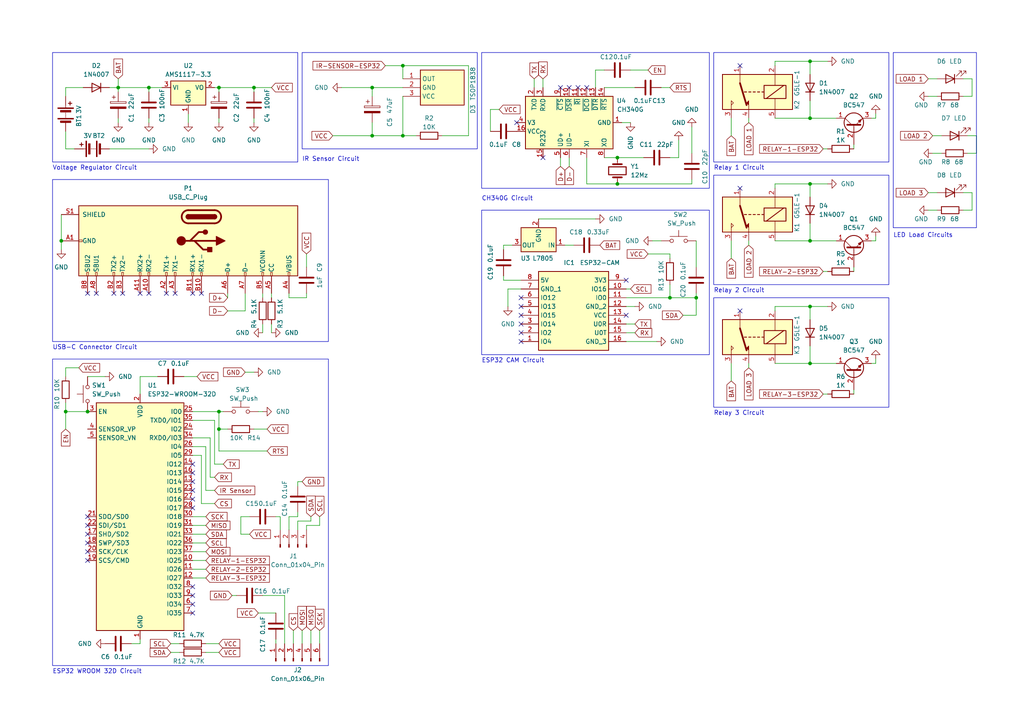
<source format=kicad_sch>
(kicad_sch (version 20230121) (generator eeschema)
  (paper "A4")
  (title_block (title "FM01 - Smart Power Management Using Microcontroller"))
  (junction (at 234.95 53.34))
  (junction (at 63.5 119.38))
  (junction (at 234.95 34.29))
  (junction (at 107.95 39.37))
  (junction (at 116.84 39.37))
  (junction (at 201.93 86.36))
  (junction (at 234.95 105.41))
  (junction (at 107.95 25.4))
  (junction (at 179.07 45.72))
  (junction (at 63.5 25.4))
  (junction (at 234.95 17.78))
  (junction (at 19.05 119.38))
  (junction (at 234.95 88.9))
  (junction (at 179.07 53.34))
  (junction (at 116.84 19.05))
  (junction (at 194.31 86.36))
  (junction (at 73.66 25.4))
  (junction (at 34.29 25.4))
  (junction (at 25.4 119.38))
  (junction (at 63.5 124.46))
  (junction (at 234.95 69.85))
  (junction (at 17.78 69.85))
  (junction (at 43.18 25.4))
  (no_connect (at 25.4 160.02))
  (no_connect (at 55.88 147.32))
  (no_connect (at 25.4 152.4))
  (no_connect (at 151.13 96.52))
  (no_connect (at 181.61 91.44))
  (no_connect (at 55.88 172.72))
  (no_connect (at 181.61 81.28))
  (no_connect (at 55.88 175.26))
  (no_connect (at 55.88 170.18))
  (no_connect (at 50.8 85.09))
  (no_connect (at 25.4 85.09))
  (no_connect (at 40.64 85.09))
  (no_connect (at 55.88 139.7))
  (no_connect (at 58.42 85.09))
  (no_connect (at 214.63 90.17))
  (no_connect (at 25.4 157.48))
  (no_connect (at 214.63 54.61))
  (no_connect (at 55.88 85.09))
  (no_connect (at 151.13 86.36))
  (no_connect (at 149.86 35.56))
  (no_connect (at 33.02 85.09))
  (no_connect (at 167.64 25.4))
  (no_connect (at 151.13 88.9))
  (no_connect (at 165.1 25.4))
  (no_connect (at 170.18 25.4))
  (no_connect (at 55.88 134.62))
  (no_connect (at 55.88 144.78))
  (no_connect (at 25.4 162.56))
  (no_connect (at 162.56 25.4))
  (no_connect (at 151.13 99.06))
  (no_connect (at 43.18 85.09))
  (no_connect (at 214.63 19.05))
  (no_connect (at 151.13 93.98))
  (no_connect (at 48.26 85.09))
  (no_connect (at 55.88 177.8))
  (no_connect (at 25.4 149.86))
  (no_connect (at 27.94 85.09))
  (no_connect (at 55.88 137.16))
  (no_connect (at 157.48 45.72))
  (no_connect (at 151.13 91.44))
  (no_connect (at 25.4 154.94))
  (no_connect (at 35.56 85.09))
  (no_connect (at 55.88 142.24))
  (wire (pts (xy 270.51 39.37) (xy 273.05 39.37)))
  (wire (pts (xy 181.61 93.98) (xy 184.15 93.98)))
  (wire (pts (xy 212.09 34.29) (xy 212.09 39.37)))
  (wire (pts (xy 224.79 69.85) (xy 234.95 69.85)))
  (wire (pts (xy 234.95 53.34) (xy 224.79 53.34)))
  (wire (pts (xy 181.61 88.9) (xy 184.15 88.9)))
  (wire (pts (xy 63.5 130.81) (xy 77.47 130.81)))
  (wire (pts (xy 58.42 132.08) (xy 55.88 132.08)))
  (wire (pts (xy 55.88 152.4) (xy 59.69 152.4)))
  (wire (pts (xy 147.32 83.82) (xy 151.13 83.82)))
  (wire (pts (xy 69.85 149.86) (xy 72.39 149.86)))
  (wire (pts (xy 49.53 189.23) (xy 52.07 189.23)))
  (wire (pts (xy 200.66 52.07) (xy 200.66 53.34)))
  (wire (pts (xy 62.23 121.92) (xy 55.88 121.92)))
  (wire (pts (xy 17.78 62.23) (xy 17.78 69.85)))
  (wire (pts (xy 86.36 139.7) (xy 86.36 140.97)))
  (wire (pts (xy 83.82 86.36) (xy 88.9 86.36)))
  (wire (pts (xy 217.17 105.41) (xy 217.17 106.68)))
  (wire (pts (xy 212.09 69.85) (xy 212.09 74.93)))
  (wire (pts (xy 71.12 90.17) (xy 71.12 85.09)))
  (wire (pts (xy 170.18 53.34) (xy 179.07 53.34)))
  (wire (pts (xy 201.93 91.44) (xy 198.12 91.44)))
  (wire (pts (xy 92.71 149.86) (xy 92.71 152.4)))
  (wire (pts (xy 240.03 17.78) (xy 234.95 17.78)))
  (wire (pts (xy 88.9 73.66) (xy 88.9 77.47)))
  (wire (pts (xy 19.05 43.18) (xy 21.59 43.18)))
  (wire (pts (xy 234.95 88.9) (xy 224.79 88.9)))
  (wire (pts (xy 73.66 34.29) (xy 73.66 35.56)))
  (wire (pts (xy 179.07 45.72) (xy 186.69 45.72)))
  (wire (pts (xy 19.05 119.38) (xy 25.4 119.38)))
  (wire (pts (xy 252.73 34.29) (xy 254 34.29)))
  (wire (pts (xy 80.01 149.86) (xy 81.28 149.86)))
  (wire (pts (xy 59.69 142.24) (xy 62.23 142.24)))
  (wire (pts (xy 279.4 60.96) (xy 281.94 60.96)))
  (wire (pts (xy 269.24 27.94) (xy 271.78 27.94)))
  (wire (pts (xy 200.66 44.45) (xy 200.66 36.83)))
  (wire (pts (xy 63.5 25.4) (xy 63.5 26.67)))
  (wire (pts (xy 40.64 109.22) (xy 40.64 114.3)))
  (wire (pts (xy 234.95 29.21) (xy 234.95 34.29)))
  (wire (pts (xy 96.52 39.37) (xy 107.95 39.37)))
  (wire (pts (xy 224.79 34.29) (xy 234.95 34.29)))
  (wire (pts (xy 53.34 109.22) (xy 57.15 109.22)))
  (wire (pts (xy 201.93 85.09) (xy 201.93 86.36)))
  (wire (pts (xy 107.95 25.4) (xy 107.95 27.94)))
  (wire (pts (xy 240.03 53.34) (xy 234.95 53.34)))
  (wire (pts (xy 40.64 109.22) (xy 45.72 109.22)))
  (wire (pts (xy 73.66 25.4) (xy 73.66 26.67)))
  (wire (pts (xy 60.96 127) (xy 55.88 127)))
  (wire (pts (xy 17.78 72.39) (xy 17.78 69.85)))
  (wire (pts (xy 254 105.41) (xy 254 104.14)))
  (wire (pts (xy 234.95 17.78) (xy 234.95 21.59)))
  (wire (pts (xy 172.72 20.32) (xy 172.72 25.4)))
  (wire (pts (xy 254 69.85) (xy 254 68.58)))
  (wire (pts (xy 234.95 105.41) (xy 242.57 105.41)))
  (wire (pts (xy 247.65 41.91) (xy 247.65 43.18)))
  (wire (pts (xy 74.93 177.8) (xy 80.01 177.8)))
  (wire (pts (xy 234.95 64.77) (xy 234.95 69.85)))
  (wire (pts (xy 19.05 124.46) (xy 19.05 119.38)))
  (wire (pts (xy 234.95 100.33) (xy 234.95 105.41)))
  (wire (pts (xy 234.95 17.78) (xy 224.79 17.78)))
  (wire (pts (xy 240.03 78.74) (xy 238.76 78.74)))
  (wire (pts (xy 146.05 81.28) (xy 151.13 81.28)))
  (wire (pts (xy 55.88 154.94) (xy 59.69 154.94)))
  (wire (pts (xy 62.23 134.62) (xy 64.77 134.62)))
  (wire (pts (xy 86.36 151.13) (xy 86.36 153.67)))
  (wire (pts (xy 55.88 157.48) (xy 59.69 157.48)))
  (wire (pts (xy 81.28 149.86) (xy 81.28 153.67)))
  (wire (pts (xy 252.73 105.41) (xy 254 105.41)))
  (wire (pts (xy 142.24 31.75) (xy 142.24 38.1)))
  (wire (pts (xy 19.05 106.68) (xy 22.86 106.68)))
  (wire (pts (xy 224.79 17.78) (xy 224.79 19.05)))
  (wire (pts (xy 234.95 88.9) (xy 234.95 92.71)))
  (wire (pts (xy 34.29 25.4) (xy 43.18 25.4)))
  (wire (pts (xy 19.05 25.4) (xy 19.05 27.94)))
  (wire (pts (xy 181.61 86.36) (xy 194.31 86.36)))
  (wire (pts (xy 196.85 45.72) (xy 194.31 45.72)))
  (wire (pts (xy 111.76 19.05) (xy 116.84 19.05)))
  (wire (pts (xy 234.95 34.29) (xy 242.57 34.29)))
  (wire (pts (xy 38.1 186.69) (xy 40.64 186.69)))
  (wire (pts (xy 63.5 119.38) (xy 63.5 124.46)))
  (wire (pts (xy 55.88 160.02) (xy 59.69 160.02)))
  (wire (pts (xy 254 34.29) (xy 254 33.02)))
  (wire (pts (xy 281.94 55.88) (xy 281.94 60.96)))
  (wire (pts (xy 73.66 25.4) (xy 78.74 25.4)))
  (wire (pts (xy 181.61 83.82) (xy 182.88 83.82)))
  (wire (pts (xy 217.17 69.85) (xy 217.17 71.12)))
  (wire (pts (xy 63.5 35.56) (xy 63.5 34.29)))
  (wire (pts (xy 31.75 25.4) (xy 34.29 25.4)))
  (wire (pts (xy 73.66 124.46) (xy 77.47 124.46)))
  (wire (pts (xy 146.05 80.01) (xy 146.05 81.28)))
  (wire (pts (xy 66.04 90.17) (xy 71.12 90.17)))
  (wire (pts (xy 43.18 34.29) (xy 43.18 35.56)))
  (wire (pts (xy 69.85 154.94) (xy 69.85 149.86)))
  (wire (pts (xy 78.74 93.98) (xy 78.74 96.52)))
  (wire (pts (xy 19.05 106.68) (xy 19.05 109.22)))
  (wire (pts (xy 194.31 82.55) (xy 194.31 86.36)))
  (wire (pts (xy 194.31 86.36) (xy 201.93 86.36)))
  (wire (pts (xy 147.32 88.9) (xy 147.32 83.82)))
  (wire (pts (xy 58.42 146.05) (xy 58.42 132.08)))
  (wire (pts (xy 90.17 151.13) (xy 86.36 151.13)))
  (wire (pts (xy 142.24 31.75) (xy 144.78 31.75)))
  (wire (pts (xy 87.63 139.7) (xy 86.36 139.7)))
  (wire (pts (xy 88.9 152.4) (xy 88.9 153.67)))
  (wire (pts (xy 31.75 43.18) (xy 43.18 43.18)))
  (wire (pts (xy 201.93 69.85) (xy 201.93 77.47)))
  (wire (pts (xy 224.79 105.41) (xy 234.95 105.41)))
  (wire (pts (xy 201.93 91.44) (xy 201.93 86.36)))
  (wire (pts (xy 269.24 55.88) (xy 271.78 55.88)))
  (wire (pts (xy 69.85 154.94) (xy 72.39 154.94)))
  (wire (pts (xy 240.03 88.9) (xy 234.95 88.9)))
  (wire (pts (xy 166.37 71.12) (xy 163.83 71.12)))
  (wire (pts (xy 107.95 25.4) (xy 116.84 25.4)))
  (wire (pts (xy 55.88 149.86) (xy 59.69 149.86)))
  (wire (pts (xy 191.77 25.4) (xy 194.31 25.4)))
  (wire (pts (xy 189.23 69.85) (xy 191.77 69.85)))
  (wire (pts (xy 146.05 72.39) (xy 146.05 71.12)))
  (wire (pts (xy 85.09 182.88) (xy 85.09 186.69)))
  (wire (pts (xy 59.69 186.69) (xy 63.5 186.69)))
  (wire (pts (xy 59.69 189.23) (xy 63.5 189.23)))
  (wire (pts (xy 280.67 44.45) (xy 283.21 44.45)))
  (wire (pts (xy 279.4 22.86) (xy 281.94 22.86)))
  (wire (pts (xy 40.64 186.69) (xy 40.64 185.42)))
  (wire (pts (xy 43.18 25.4) (xy 46.99 25.4)))
  (wire (pts (xy 116.84 19.05) (xy 135.89 19.05)))
  (wire (pts (xy 270.51 44.45) (xy 273.05 44.45)))
  (wire (pts (xy 90.17 182.88) (xy 90.17 186.69)))
  (wire (pts (xy 170.18 45.72) (xy 170.18 53.34)))
  (wire (pts (xy 281.94 22.86) (xy 281.94 27.94)))
  (wire (pts (xy 19.05 116.84) (xy 19.05 119.38)))
  (wire (pts (xy 63.5 119.38) (xy 55.88 119.38)))
  (wire (pts (xy 179.07 53.34) (xy 200.66 53.34)))
  (wire (pts (xy 187.96 73.66) (xy 194.31 73.66)))
  (wire (pts (xy 86.36 148.59) (xy 86.36 149.86)))
  (wire (pts (xy 58.42 146.05) (xy 62.23 146.05)))
  (wire (pts (xy 92.71 182.88) (xy 92.71 186.69)))
  (wire (pts (xy 240.03 114.3) (xy 238.76 114.3)))
  (wire (pts (xy 43.18 25.4) (xy 43.18 26.67)))
  (wire (pts (xy 54.61 33.02) (xy 54.61 35.56)))
  (wire (pts (xy 279.4 27.94) (xy 281.94 27.94)))
  (wire (pts (xy 212.09 105.41) (xy 212.09 110.49)))
  (wire (pts (xy 116.84 19.05) (xy 116.84 22.86)))
  (wire (pts (xy 280.67 39.37) (xy 283.21 39.37)))
  (wire (pts (xy 83.82 149.86) (xy 83.82 153.67)))
  (wire (pts (xy 107.95 39.37) (xy 116.84 39.37)))
  (wire (pts (xy 78.74 85.09) (xy 78.74 86.36)))
  (wire (pts (xy 34.29 25.4) (xy 34.29 26.67)))
  (wire (pts (xy 234.95 69.85) (xy 242.57 69.85)))
  (wire (pts (xy 90.17 149.86) (xy 90.17 151.13)))
  (wire (pts (xy 234.95 53.34) (xy 234.95 57.15)))
  (wire (pts (xy 252.73 69.85) (xy 254 69.85)))
  (wire (pts (xy 59.69 129.54) (xy 55.88 129.54)))
  (wire (pts (xy 87.63 182.88) (xy 87.63 186.69)))
  (wire (pts (xy 52.07 186.69) (xy 49.53 186.69)))
  (wire (pts (xy 156.21 63.5) (xy 172.72 63.5)))
  (wire (pts (xy 86.36 149.86) (xy 83.82 149.86)))
  (wire (pts (xy 83.82 85.09) (xy 83.82 86.36)))
  (wire (pts (xy 175.26 25.4) (xy 184.15 25.4)))
  (wire (pts (xy 76.2 172.72) (xy 82.55 172.72)))
  (wire (pts (xy 175.26 45.72) (xy 179.07 45.72)))
  (wire (pts (xy 247.65 77.47) (xy 247.65 78.74)))
  (wire (pts (xy 182.88 20.32) (xy 187.96 20.32)))
  (wire (pts (xy 172.72 20.32) (xy 175.26 20.32)))
  (wire (pts (xy 74.93 119.38) (xy 76.2 119.38)))
  (wire (pts (xy 62.23 134.62) (xy 62.23 121.92)))
  (wire (pts (xy 62.23 25.4) (xy 63.5 25.4)))
  (wire (pts (xy 196.85 45.72) (xy 196.85 40.64)))
  (wire (pts (xy 82.55 172.72) (xy 82.55 186.69)))
  (wire (pts (xy 240.03 43.18) (xy 238.76 43.18)))
  (wire (pts (xy 60.96 138.43) (xy 62.23 138.43)))
  (wire (pts (xy 180.34 35.56) (xy 182.88 35.56)))
  (wire (pts (xy 135.89 19.05) (xy 135.89 39.37)))
  (wire (pts (xy 63.5 124.46) (xy 66.04 124.46)))
  (wire (pts (xy 279.4 55.88) (xy 281.94 55.88)))
  (wire (pts (xy 247.65 113.03) (xy 247.65 114.3)))
  (wire (pts (xy 64.77 119.38) (xy 63.5 119.38)))
  (wire (pts (xy 25.4 109.22) (xy 30.48 109.22)))
  (wire (pts (xy 269.24 22.86) (xy 271.78 22.86)))
  (wire (pts (xy 224.79 88.9) (xy 224.79 90.17)))
  (wire (pts (xy 107.95 35.56) (xy 107.95 39.37)))
  (wire (pts (xy 55.88 162.56) (xy 59.69 162.56)))
  (wire (pts (xy 181.61 99.06) (xy 190.5 99.06)))
  (wire (pts (xy 19.05 25.4) (xy 24.13 25.4)))
  (wire (pts (xy 60.96 138.43) (xy 60.96 127)))
  (wire (pts (xy 116.84 27.94) (xy 116.84 39.37)))
  (wire (pts (xy 194.31 73.66) (xy 194.31 74.93)))
  (wire (pts (xy 181.61 96.52) (xy 184.15 96.52)))
  (wire (pts (xy 128.27 39.37) (xy 135.89 39.37)))
  (wire (pts (xy 76.2 85.09) (xy 76.2 86.36)))
  (wire (pts (xy 76.2 93.98) (xy 76.2 96.52)))
  (wire (pts (xy 71.12 107.95) (xy 73.66 107.95)))
  (wire (pts (xy 68.58 172.72) (xy 67.31 172.72)))
  (wire (pts (xy 63.5 25.4) (xy 73.66 25.4)))
  (wire (pts (xy 217.17 34.29) (xy 217.17 35.56)))
  (wire (pts (xy 162.56 45.72) (xy 162.56 48.26)))
  (wire (pts (xy 92.71 152.4) (xy 88.9 152.4)))
  (wire (pts (xy 224.79 53.34) (xy 224.79 54.61)))
  (wire (pts (xy 116.84 39.37) (xy 120.65 39.37)))
  (wire (pts (xy 283.21 39.37) (xy 283.21 44.45)))
  (wire (pts (xy 80.01 185.42) (xy 80.01 186.69)))
  (wire (pts (xy 19.05 38.1) (xy 19.05 43.18)))
  (wire (pts (xy 59.69 142.24) (xy 59.69 129.54)))
  (wire (pts (xy 55.88 167.64) (xy 59.69 167.64)))
  (wire (pts (xy 146.05 71.12) (xy 148.59 71.12)))
  (wire (pts (xy 63.5 124.46) (xy 63.5 130.81)))
  (wire (pts (xy 165.1 45.72) (xy 165.1 48.26)))
  (wire (pts (xy 34.29 22.86) (xy 34.29 25.4)))
  (wire (pts (xy 157.48 25.4) (xy 157.48 22.86)))
  (wire (pts (xy 99.06 25.4) (xy 107.95 25.4)))
  (wire (pts (xy 66.04 85.09) (xy 66.04 86.36)))
  (wire (pts (xy 34.29 35.56) (xy 34.29 34.29)))
  (wire (pts (xy 154.94 25.4) (xy 154.94 22.86)))
  (wire (pts (xy 269.24 60.96) (xy 271.78 60.96)))
  (wire (pts (xy 88.9 85.09) (xy 88.9 86.36)))
  (wire (pts (xy 55.88 165.1) (xy 59.69 165.1)))
  (rectangle (start 15.24 52.07) (end 95.25 99.06))
  (rectangle (start 139.7 15.24) (end 205.74 54.61))
  (rectangle (start 207.01 50.8) (end 257.81 82.55))
  (rectangle (start 207.01 86.36) (end 257.81 118.11))
  (rectangle (start 15.24 104.14) (end 95.25 193.04))
  (rectangle (start 15.24 15.24) (end 86.36 46.99))
  (rectangle (start 207.01 15.24) (end 257.81 46.99))
  (rectangle (start 139.7 60.96) (end 205.74 102.87))
  (rectangle (start 259.08 15.24) (end 283.21 66.04))
  (rectangle (start 87.63 15.24) (end 138.43 43.18))
  (text "LED Load Circuits\n\n" (at 259.08 71.12 0) (effects (font (size 1.27 1.27)) (justify left bottom)))
  (text "Relay 2 Circuit\n" (at 207.01 85.09 0) (effects (font (size 1.27 1.27)) (justify left bottom)))
  (text "Relay 1 Circuit\n" (at 207.01 49.53 0) (effects (font (size 1.27 1.27)) (justify left bottom)))
  (text "Relay 3 Circuit\n" (at 207.01 120.65 0) (effects (font (size 1.27 1.27)) (justify left bottom)))
  (text "IR Sensor Circuit\n" (at 87.63 46.99 0) (effects (font (size 1.27 1.27)) (justify left bottom)))
  (text "ESP32 WROOM 32D Circuit\n" (at 15.24 195.58 0) (effects (font (size 1.27 1.27)) (justify left bottom)))
  (text "USB-C Connector Circuit\n" (at 15.24 101.6 0) (effects (font (size 1.27 1.27)) (justify left bottom)))
  (text "Voltage Regulator Circuit\n" (at 15.24 49.53 0) (effects (font (size 1.27 1.27)) (justify left bottom)))
  (text "ESP32 CAM Circuit\n" (at 139.7 105.41 0) (effects (font (size 1.27 1.27)) (justify left bottom)))
  (text "CH340G Circuit\n" (at 139.7 58.42 0) (effects (font (size 1.27 1.27)) (justify left bottom)))
  (global_label "MOSI" (shape input) (at 59.69 160.02 0) (property "Intersheetrefs" "${INTERSHEET_REFS}" (effects hide)))
  (global_label "EN" (shape input) (at 187.96 20.32 0) (property "Intersheetrefs" "${INTERSHEET_REFS}" (effects hide)))
  (global_label "RELAY-1-ESP32" (shape input) (at 238.76 43.18 180) (property "Intersheetrefs" "${INTERSHEET_REFS}" (effects hide)))
  (global_label "SDA" (shape input) (at 49.53 189.23 180) (property "Intersheetrefs" "${INTERSHEET_REFS}" (effects hide)))
  (global_label "EN" (shape input) (at 19.05 124.46 270) (property "Intersheetrefs" "${INTERSHEET_REFS}" (effects hide)))
  (global_label "TX" (shape input) (at 154.94 22.86 90) (property "Intersheetrefs" "${INTERSHEET_REFS}" (effects hide)))
  (global_label "VCC" (shape input) (at 57.15 109.22 0) (property "Intersheetrefs" "${INTERSHEET_REFS}" (effects hide)))
  (global_label "SCK" (shape input) (at 59.69 149.86 0) (property "Intersheetrefs" "${INTERSHEET_REFS}" (effects hide)))
  (global_label "VCC" (shape input) (at 187.96 73.66 180) (property "Intersheetrefs" "${INTERSHEET_REFS}" (effects hide)))
  (global_label "MOSI" (shape input) (at 87.63 182.88 90) (property "Intersheetrefs" "${INTERSHEET_REFS}" (effects hide)))
  (global_label "SDA" (shape input) (at 59.69 154.94 0) (property "Intersheetrefs" "${INTERSHEET_REFS}" (effects hide)))
  (global_label "LOAD 2" (shape input) (at 217.17 71.12 270) (property "Intersheetrefs" "${INTERSHEET_REFS}" (effects hide)))
  (global_label "D-" (shape input) (at 66.04 90.17 180) (property "Intersheetrefs" "${INTERSHEET_REFS}" (effects hide)))
  (global_label "BAT" (shape input) (at 212.09 110.49 270) (property "Intersheetrefs" "${INTERSHEET_REFS}" (effects hide)))
  (global_label "IR Sensor" (shape input) (at 62.23 142.24 0) (property "Intersheetrefs" "${INTERSHEET_REFS}" (effects hide)))
  (global_label "GND" (shape input) (at 71.12 107.95 180) (property "Intersheetrefs" "${INTERSHEET_REFS}" (effects hide)))
  (global_label "VCC" (shape input) (at 77.47 124.46 0) (property "Intersheetrefs" "${INTERSHEET_REFS}" (effects hide)))
  (global_label "VCC" (shape input) (at 22.86 106.68 0) (property "Intersheetrefs" "${INTERSHEET_REFS}" (effects hide)))
  (global_label "VCC" (shape input) (at 63.5 189.23 0) (property "Intersheetrefs" "${INTERSHEET_REFS}" (effects hide)))
  (global_label "CS" (shape input) (at 85.09 182.88 90) (property "Intersheetrefs" "${INTERSHEET_REFS}" (effects hide)))
  (global_label "VCC" (shape input) (at 63.5 186.69 0) (property "Intersheetrefs" "${INTERSHEET_REFS}" (effects hide)))
  (global_label "RELAY-3-ESP32" (shape input) (at 59.69 167.64 0) (property "Intersheetrefs" "${INTERSHEET_REFS}" (effects hide)))
  (global_label "RTS" (shape input) (at 194.31 25.4 0) (property "Intersheetrefs" "${INTERSHEET_REFS}" (effects hide)))
  (global_label "D+" (shape input) (at 66.04 86.36 180) (property "Intersheetrefs" "${INTERSHEET_REFS}" (effects hide)))
  (global_label "RELAY-3-ESP32" (shape input) (at 238.76 114.3 180) (property "Intersheetrefs" "${INTERSHEET_REFS}" (effects hide)))
  (global_label "GND" (shape input) (at 67.31 172.72 180) (property "Intersheetrefs" "${INTERSHEET_REFS}" (effects hide)))
  (global_label "LOAD 3" (shape input) (at 217.17 106.68 270) (property "Intersheetrefs" "${INTERSHEET_REFS}" (effects hide)))
  (global_label "RELAY-2-ESP32" (shape input) (at 59.69 165.1 0) (property "Intersheetrefs" "${INTERSHEET_REFS}" (effects hide)))
  (global_label "BAT" (shape input) (at 173.99 71.12 0) (property "Intersheetrefs" "${INTERSHEET_REFS}" (effects hide)))
  (global_label "LOAD 2" (shape input) (at 270.51 39.37 180) (property "Intersheetrefs" "${INTERSHEET_REFS}" (effects hide)))
  (global_label "RX" (shape input) (at 184.15 96.52 0) (property "Intersheetrefs" "${INTERSHEET_REFS}" (effects hide)))
  (global_label "SCL" (shape input) (at 182.88 83.82 0) (property "Intersheetrefs" "${INTERSHEET_REFS}" (effects hide)))
  (global_label "SCK" (shape input) (at 92.71 182.88 90) (property "Intersheetrefs" "${INTERSHEET_REFS}" (effects hide)))
  (global_label "IR-SENSOR-ESP32" (shape input) (at 111.76 19.05 180) (property "Intersheetrefs" "${INTERSHEET_REFS}" (effects hide)))
  (global_label "TX" (shape input) (at 64.77 134.62 0) (property "Intersheetrefs" "${INTERSHEET_REFS}" (effects hide)))
  (global_label "BAT" (shape input) (at 34.29 22.86 90) (property "Intersheetrefs" "${INTERSHEET_REFS}" (effects hide)))
  (global_label "LOAD 1" (shape input) (at 269.24 22.86 180) (property "Intersheetrefs" "${INTERSHEET_REFS}" (effects hide)))
  (global_label "SCL" (shape input) (at 49.53 186.69 180) (property "Intersheetrefs" "${INTERSHEET_REFS}" (effects hide)))
  (global_label "RX" (shape input) (at 62.23 138.43 0) (property "Intersheetrefs" "${INTERSHEET_REFS}" (effects hide)))
  (global_label "VCC" (shape input) (at 74.93 177.8 180) (property "Intersheetrefs" "${INTERSHEET_REFS}" (effects hide)))
  (global_label "RELAY-2-ESP32" (shape input) (at 238.76 78.74 180) (property "Intersheetrefs" "${INTERSHEET_REFS}" (effects hide)))
  (global_label "VCC" (shape input) (at 96.52 39.37 180) (property "Intersheetrefs" "${INTERSHEET_REFS}" (effects hide)))
  (global_label "D-" (shape input) (at 165.1 48.26 270) (property "Intersheetrefs" "${INTERSHEET_REFS}" (effects hide)))
  (global_label "LOAD 1" (shape input) (at 217.17 35.56 270) (property "Intersheetrefs" "${INTERSHEET_REFS}" (effects hide)))
  (global_label "BAT" (shape input) (at 212.09 74.93 270) (property "Intersheetrefs" "${INTERSHEET_REFS}" (effects hide)))
  (global_label "RTS" (shape input) (at 77.47 130.81 0) (property "Intersheetrefs" "${INTERSHEET_REFS}" (effects hide)))
  (global_label "LOAD 3" (shape input) (at 269.24 55.88 180) (property "Intersheetrefs" "${INTERSHEET_REFS}" (effects hide)))
  (global_label "D+" (shape input) (at 162.56 48.26 270) (property "Intersheetrefs" "${INTERSHEET_REFS}" (effects hide)))
  (global_label "GND" (shape input) (at 87.63 139.7 0) (property "Intersheetrefs" "${INTERSHEET_REFS}" (effects hide)))
  (global_label "SCL" (shape input) (at 92.71 149.86 90) (property "Intersheetrefs" "${INTERSHEET_REFS}" (effects hide)))
  (global_label "MISO" (shape input) (at 90.17 182.88 90) (property "Intersheetrefs" "${INTERSHEET_REFS}" (effects hide)))
  (global_label "VCC" (shape input) (at 78.74 25.4 0) (property "Intersheetrefs" "${INTERSHEET_REFS}" (effects hide)))
  (global_label "RELAY-1-ESP32" (shape input) (at 59.69 162.56 0) (property "Intersheetrefs" "${INTERSHEET_REFS}" (effects hide)))
  (global_label "BAT" (shape input) (at 212.09 39.37 270) (property "Intersheetrefs" "${INTERSHEET_REFS}" (effects hide)))
  (global_label "VCC" (shape input) (at 144.78 31.75 0) (property "Intersheetrefs" "${INTERSHEET_REFS}" (effects hide)))
  (global_label "VCC" (shape input) (at 88.9 73.66 90) (property "Intersheetrefs" "${INTERSHEET_REFS}" (effects hide)))
  (global_label "CS" (shape input) (at 62.23 146.05 0) (property "Intersheetrefs" "${INTERSHEET_REFS}" (effects hide)))
  (global_label "SDA" (shape input) (at 198.12 91.44 180) (property "Intersheetrefs" "${INTERSHEET_REFS}" (effects hide)))
  (global_label "RX" (shape input) (at 157.48 22.86 90) (property "Intersheetrefs" "${INTERSHEET_REFS}" (effects hide)))
  (global_label "SCL" (shape input) (at 59.69 157.48 0) (property "Intersheetrefs" "${INTERSHEET_REFS}" (effects hide)))
  (global_label "SDA" (shape input) (at 90.17 149.86 90) (property "Intersheetrefs" "${INTERSHEET_REFS}" (effects hide)))
  (global_label "TX" (shape input) (at 184.15 93.98 0) (property "Intersheetrefs" "${INTERSHEET_REFS}" (effects hide)))
  (global_label "MISO" (shape input) (at 59.69 152.4 0) (property "Intersheetrefs" "${INTERSHEET_REFS}" (effects hide)))
  (global_label "VCC" (shape input) (at 72.39 154.94 0) (property "Intersheetrefs" "${INTERSHEET_REFS}" (effects hide)))
  (symbol (lib_id "Device:R") (at 19.05 113.03 0) (unit 1)
    (property "Reference" "R10" (at 16.51 116.84 90))
    (property "Value" "10K" (at 16.51 111.76 90))
    (property "Footprint" "Resistor_SMD:R_0805_2012Metric_Pad1.20x1.40mm_HandSolder" (effects hide))
  )
  (symbol (lib_id "Device:R") (at 55.88 186.69 270) (unit 1)
    (property "Reference" "R11" (at 52.07 184.15 90))
    (property "Value" "4.7K" (at 57.15 184.15 90))
    (property "Footprint" "Resistor_SMD:R_0805_2012Metric_Pad1.20x1.40mm_HandSolder" (effects hide))
  )
  (symbol (lib_id "Transistor_BJT:BC547") (at 247.65 72.39 90) (unit 1)
    (property "Reference" "Q1" (at 247.65 63.5 90))
    (property "Value" "BC547" (at 247.65 66.04 90))
    (property "Footprint" "Package_TO_SOT_THT:TO-92_Inline" (effects hide))
    (property "Datasheet" "https://www.onsemi.com/pub/Collateral/BC550-D.pdf" (effects hide))
  )
  (symbol (lib_id "Device:R") (at 55.88 189.23 90) (unit 1)
    (property "Reference" "R12" (at 52.07 191.77 90))
    (property "Value" "4.7K" (at 57.15 191.77 90))
    (property "Footprint" "Resistor_SMD:R_0805_2012Metric_Pad1.20x1.40mm_HandSolder" (effects hide))
  )
  (symbol (lib_id "Transistor_BJT:BC547") (at 247.65 36.83 90) (unit 1)
    (property "Reference" "Q2" (at 247.65 27.94 90))
    (property "Value" "BC547" (at 247.65 30.48 90))
    (property "Footprint" "Package_TO_SOT_THT:TO-92_Inline" (effects hide))
    (property "Datasheet" "https://www.onsemi.com/pub/Collateral/BC550-D.pdf" (effects hide))
  )
  (symbol (lib_id "power:GND") (at 73.66 35.56 0) (unit 1)
    (property "Reference" "#PWR09" (effects hide))
    (property "Value" "GND" (at 73.66 40.64 0))
  )
  (symbol (lib_id "Device:R") (at 78.74 90.17 180) (unit 1)
    (property "Reference" "R3" (at 81.28 93.98 90))
    (property "Value" "5.1K" (at 81.28 88.9 90))
    (property "Footprint" "Resistor_SMD:R_0805_2012Metric_Pad1.20x1.40mm_HandSolder" (effects hide))
  )
  (symbol (lib_id "power:GND") (at 43.18 35.56 0) (unit 1)
    (property "Reference" "#PWR02" (effects hide))
    (property "Value" "GND" (at 43.18 40.64 0))
  )
  (symbol (lib_id "power:GND") (at 240.03 17.78 90) (unit 1)
    (property "Reference" "#PWR04" (effects hide))
    (property "Value" "GND" (at 243.84 17.78 90) (effects (justify right)))
  )
  (symbol (lib_id "power:GND") (at 34.29 35.56 0) (unit 1)
    (property "Reference" "#PWR06" (effects hide))
    (property "Value" "GND" (at 34.29 40.64 0))
  )
  (symbol (lib_id "Transistor_BJT:BC547") (at 247.65 107.95 90) (unit 1)
    (property "Reference" "Q3" (at 247.65 99.06 90))
    (property "Value" "BC547" (at 247.65 101.6 90))
    (property "Footprint" "Package_TO_SOT_THT:TO-92_Inline" (effects hide))
    (property "Datasheet" "https://www.onsemi.com/pub/Collateral/BC550-D.pdf" (effects hide))
  )
  (symbol (lib_id "power:GND") (at 269.24 27.94 270) (unit 1)
    (property "Reference" "#PWR021" (effects hide))
    (property "Value" "GND" (at 269.24 30.48 90) (effects (justify right)))
  )
  (symbol (lib_id "Device:C") (at 34.29 186.69 270) (unit 1)
    (property "Reference" "C6" (at 29.21 190.5 90) (effects (justify left)))
    (property "Value" "0.1uF" (at 33.02 190.5 90) (effects (justify left)))
    (property "Footprint" "Capacitor_SMD:C_0805_2012Metric_Pad1.18x1.45mm_HandSolder" (effects hide))
  )
  (symbol (lib_id "power:GND") (at 200.66 36.83 180) (unit 1)
    (property "Reference" "#PWR016" (effects hide))
    (property "Value" "GND" (at 200.66 31.75 0))
  )
  (symbol (lib_id "Regulator_Linear:AMS1117-3.3") (at 54.61 25.4 0) (unit 1)
    (property "Reference" "U2" (at 54.61 19.05 0))
    (property "Value" "AMS1117-3.3" (at 54.61 21.59 0))
    (property "Footprint" "Package_TO_SOT_SMD:SOT-223-3_TabPin2" (effects hide))
    (property "Datasheet" "http://www.advanced-monolithic.com/pdf/ds1117.pdf" (effects hide))
  )
  (symbol (lib_id "Device:C") (at 80.01 181.61 0) (unit 1)
    (property "Reference" "C17" (at 76.2 189.23 90) (effects (justify left)))
    (property "Value" "0.1uF" (at 76.2 184.15 90) (effects (justify left)))
    (property "Footprint" "Capacitor_SMD:C_0805_2012Metric_Pad1.18x1.45mm_HandSolder" (effects hide))
  )
  (symbol (lib_id "power:GND") (at 254 104.14 180) (unit 1)
    (property "Reference" "#PWR020" (effects hide))
    (property "Value" "GND" (at 254 99.06 0))
  )
  (symbol (lib_id "Device:C") (at 76.2 149.86 270) (unit 1)
    (property "Reference" "C15" (at 71.12 146.05 90) (effects (justify left)))
    (property "Value" "0.1uF" (at 74.93 146.05 90) (effects (justify left)))
    (property "Footprint" "Capacitor_SMD:C_0805_2012Metric_Pad1.18x1.45mm_HandSolder" (effects hide))
  )
  (symbol (lib_id "Relay:G5LE-1") (at 219.71 26.67 180) (unit 1)
    (property "Reference" "K2" (at 231.14 31.75 90) (effects (justify right)))
    (property "Value" "G5LE-1" (at 231.14 27.94 90) (effects (justify right)))
    (property "Footprint" "Relay_THT:Relay_SPDT_Omron-G5LE-1" (effects hide))
    (property "Datasheet" "http://www.omron.com/ecb/products/pdf/en-g5le.pdf" (effects hide))
  )
  (symbol (lib_id "Device:R") (at 76.2 90.17 0) (unit 1)
    (property "Reference" "R4" (at 73.66 93.98 90))
    (property "Value" "5.1K" (at 73.66 88.9 90))
    (property "Footprint" "Resistor_SMD:R_0805_2012Metric_Pad1.20x1.40mm_HandSolder" (effects hide))
  )
  (symbol (lib_id "Regulator_Linear:L7805") (at 156.21 71.12 180) (unit 1)
    (property "Reference" "U3" (at 152.4 74.93 0))
    (property "Value" "L7805" (at 157.48 74.93 0))
    (property "Footprint" "Package_TO_SOT_THT:TO-220-3_Vertical" (effects hide))
    (property "Datasheet" "http://www.st.com/content/ccc/resource/technical/document/datasheet/41/4f/b3/b0/12/d4/47/88/CD00000444.pdf/files/CD00000444.pdf/jcr:content/translations/en.CD00000444.pdf" (effects hide))
  )
  (symbol (lib_id "Device:C_Polarized") (at 63.5 30.48 0) (unit 1)
    (property "Reference" "C2" (at 68.58 35.56 90) (effects (justify left)))
    (property "Value" "22uF" (at 68.58 31.75 90) (effects (justify left)))
    (property "Footprint" "Capacitor_SMD:C_1206_3216Metric_Pad1.33x1.80mm_HandSolder" (effects hide))
  )
  (symbol (lib_id "Device:C") (at 72.39 172.72 270) (unit 1)
    (property "Reference" "C16" (at 73.66 171.45 90) (effects (justify left)))
    (property "Value" "0.1uF" (at 78.74 171.45 90) (effects (justify left)))
    (property "Footprint" "Capacitor_SMD:C_0805_2012Metric_Pad1.18x1.45mm_HandSolder" (effects hide))
  )
  (symbol (lib_id "Device:R") (at 276.86 44.45 90) (unit 1)
    (property "Reference" "R8" (at 274.32 46.99 90))
    (property "Value" "68" (at 278.13 46.99 90))
    (property "Footprint" "Resistor_SMD:R_0805_2012Metric_Pad1.20x1.40mm_HandSolder" (effects hide))
  )
  (symbol (lib_id "power:GND") (at 147.32 88.9 0) (unit 1)
    (property "Reference" "#PWR027" (effects hide))
    (property "Value" "GND" (at 147.32 93.98 0))
  )
  (symbol (lib_id "power:GND") (at 190.5 99.06 90) (unit 1)
    (property "Reference" "#PWR028" (effects hide))
    (property "Value" "GND" (at 194.31 99.06 90) (effects (justify right)))
  )
  (symbol (lib_id "Switch:SW_Push") (at 69.85 119.38 0) (unit 1)
    (property "Reference" "SW3" (at 72.39 113.03 0) (effects (justify right)))
    (property "Value" "SW_Push" (at 74.93 115.57 0) (effects (justify right)))
    (property "Footprint" "Button_Switch_SMD:SW_Push_1P1T_NO_6x6mm_H9.5mm" (effects hide))
  )
  (symbol (lib_id "Connector:Conn_01x06_Pin") (at 85.09 191.77 90) (unit 1)
    (property "Reference" "J2" (at 86.36 194.31 90))
    (property "Value" "Conn_01x06_Pin" (at 86.36 196.85 90))
    (property "Footprint" "Connector_PinHeader_2.54mm:PinHeader_1x06_P2.54mm_Vertical" (effects hide))
  )
  (symbol (lib_id "Device:C") (at 146.05 76.2 0) (unit 1)
    (property "Reference" "C19" (at 142.24 81.28 90) (effects (justify left)))
    (property "Value" "0.1uF" (at 142.24 76.2 90) (effects (justify left)))
    (property "Footprint" "Capacitor_SMD:C_0805_2012Metric_Pad1.18x1.45mm_HandSolder" (effects hide))
  )
  (symbol (lib_id "Device:C") (at 49.53 109.22 270) (unit 1)
    (property "Reference" "C7" (at 45.72 105.41 90) (effects (justify left)))
    (property "Value" "0.1uF" (at 49.53 105.41 90) (effects (justify left)))
    (property "Footprint" "Capacitor_SMD:C_0805_2012Metric_Pad1.18x1.45mm_HandSolder" (effects hide))
  )
  (symbol (lib_id "power:GND") (at 73.66 107.95 90) (unit 1)
    (property "Reference" "#PWR025" (effects hide))
    (property "Value" "GND" (at 77.47 107.95 90) (effects (justify right)))
  )
  (symbol (lib_id "power:GND") (at 270.51 44.45 270) (unit 1)
    (property "Reference" "#PWR022" (effects hide))
    (property "Value" "GND" (at 270.51 46.99 90) (effects (justify right)))
  )
  (symbol (lib_id "power:GND") (at 240.03 53.34 90) (unit 1)
    (property "Reference" "#PWR017" (effects hide))
    (property "Value" "GND" (at 243.84 53.34 90) (effects (justify right)))
  )
  (symbol (lib_id "Device:C") (at 190.5 45.72 270) (unit 1)
    (property "Reference" "C11" (at 185.42 41.91 90) (effects (justify left)))
    (property "Value" "22pF" (at 190.5 41.91 90) (effects (justify left)))
    (property "Footprint" "Capacitor_SMD:C_0805_2012Metric_Pad1.18x1.45mm_HandSolder" (effects hide))
  )
  (symbol (lib_id "power:GND") (at 30.48 186.69 270) (unit 1)
    (property "Reference" "#PWR01" (effects hide))
    (property "Value" "GND" (at 26.67 186.69 90) (effects (justify right)))
  )
  (symbol (lib_id "Connector:Conn_01x04_Pin") (at 83.82 158.75 90) (unit 1)
    (property "Reference" "J1" (at 85.09 161.29 90))
    (property "Value" "Conn_01x04_Pin" (at 86.36 163.83 90))
    (property "Footprint" "Connector_PinHeader_2.54mm:PinHeader_1x04_P2.54mm_Vertical" (effects hide))
  )
  (symbol (lib_id "Device:C") (at 200.66 48.26 180) (unit 1)
    (property "Reference" "C10" (at 204.47 49.53 90) (effects (justify left)))
    (property "Value" "22pF" (at 204.47 43.18 90) (effects (justify left)))
    (property "Footprint" "Capacitor_SMD:C_0805_2012Metric_Pad1.18x1.45mm_HandSolder" (effects hide))
  )
  (symbol (lib_id "Connector:USB_C_Plug") (at 58.42 69.85 270) (unit 1)
    (property "Reference" "P1" (at 54.61 54.61 90))
    (property "Value" "USB_C_Plug" (at 54.61 57.15 90))
    (property "Footprint" "Connector_USB:USB_C_Receptacle_Molex_105450-0101" (effects hide))
    (property "Datasheet" "https://www.usb.org/sites/default/files/documents/usb_type-c.zip" (effects hide))
  )
  (symbol (lib_id "Device:Battery") (at 26.67 43.18 90) (unit 1)
    (property "Reference" "BT2" (at 30.48 39.37 90) (effects (justify left)))
    (property "Value" "3V" (at 26.67 39.37 90) (effects (justify left)))
    (property "Footprint" "Battery:BatteryHolder_Keystone_2468_2xAAA" (effects hide))
  )
  (symbol (lib_id "Device:LED") (at 276.86 39.37 180) (unit 1)
    (property "Reference" "D7" (at 274.32 34.29 0))
    (property "Value" "LED" (at 278.4475 34.29 0))
    (property "Footprint" "LED_THT:LED_D3.0mm" (effects hide))
  )
  (symbol (lib_id "Device:C") (at 73.66 30.48 0) (unit 1)
    (property "Reference" "C4" (at 77.47 35.56 90) (effects (justify left)))
    (property "Value" "100nF" (at 77.47 31.75 90) (effects (justify left)))
    (property "Footprint" "Capacitor_SMD:C_0805_2012Metric_Pad1.18x1.45mm_HandSolder" (effects hide))
  )
  (symbol (lib_id "Device:C") (at 179.07 20.32 270) (unit 1)
    (property "Reference" "C12" (at 173.99 16.51 90) (effects (justify left)))
    (property "Value" "0.1uF" (at 177.8 16.51 90) (effects (justify left)))
    (property "Footprint" "Capacitor_SMD:C_0805_2012Metric_Pad1.18x1.45mm_HandSolder" (effects hide))
  )
  (symbol (lib_id "Device:LED") (at 275.59 22.86 180) (unit 1)
    (property "Reference" "D6" (at 273.05 17.78 0))
    (property "Value" "LED" (at 277.1775 17.78 0))
    (property "Footprint" "LED_THT:LED_D3.0mm" (effects hide))
  )
  (symbol (lib_id "Device:C") (at 187.96 25.4 90) (unit 1)
    (property "Reference" "C13" (at 193.04 29.21 90) (effects (justify left)))
    (property "Value" "0.1uF" (at 189.23 29.21 90) (effects (justify left)))
    (property "Footprint" "Capacitor_SMD:C_0805_2012Metric_Pad1.18x1.45mm_HandSolder" (effects hide))
  )
  (symbol (lib_id "Diode:1N4007") (at 234.95 25.4 90) (unit 1)
    (property "Reference" "D1" (at 237.49 24.13 90) (effects (justify right)))
    (property "Value" "1N4007" (at 237.49 26.67 90) (effects (justify right)))
    (property "Footprint" "Diode_THT:D_DO-41_SOD81_P10.16mm_Horizontal" (effects hide))
    (property "Datasheet" "http://www.vishay.com/docs/88503/1n4001.pdf" (effects hide))
    (property "Sim.Device" "D" (effects hide))
    (property "Sim.Pins" "1=K 2=A" (effects hide))
  )
  (symbol (lib_id "Device:C_Polarized") (at 107.95 31.75 0) (unit 1)
    (property "Reference" "C5" (at 113.03 36.83 90) (effects (justify left)))
    (property "Value" "47uF" (at 113.03 33.02 90) (effects (justify left)))
    (property "Footprint" "Capacitor_SMD:C_1206_3216Metric_Pad1.33x1.80mm_HandSolder" (effects hide))
  )
  (symbol (lib_id "power:GND") (at 30.48 109.22 90) (unit 1)
    (property "Reference" "#PWR024" (effects hide))
    (property "Value" "GND" (at 34.29 109.22 90) (effects (justify right)))
  )
  (symbol (lib_id "Diode:1N4007") (at 27.94 25.4 180) (unit 1)
    (property "Reference" "D2" (at 27.94 19.05 0))
    (property "Value" "1N4007" (at 27.94 21.59 0))
    (property "Footprint" "Diode_THT:D_DO-41_SOD81_P10.16mm_Horizontal" (effects hide))
    (property "Datasheet" "http://www.vishay.com/docs/88503/1n4001.pdf" (effects hide))
    (property "Sim.Device" "D" (effects hide))
    (property "Sim.Pins" "1=K 2=A" (effects hide))
  )
  (symbol (lib_id "Device:C") (at 43.18 30.48 0) (unit 1)
    (property "Reference" "C3" (at 46.99 35.56 90) (effects (justify left)))
    (property "Value" "100nF" (at 46.99 31.75 90) (effects (justify left)))
    (property "Footprint" "Capacitor_SMD:C_0805_2012Metric_Pad1.18x1.45mm_HandSolder" (effects hide))
  )
  (symbol (lib_id "Device:C") (at 201.93 81.28 0) (unit 1)
    (property "Reference" "C20" (at 198.12 86.36 90) (effects (justify left)))
    (property "Value" "0.1uF" (at 198.12 81.28 90) (effects (justify left)))
    (property "Footprint" "Capacitor_SMD:C_0805_2012Metric_Pad1.18x1.45mm_HandSolder" (effects hide))
  )
  (symbol (lib_id "Device:R") (at 124.46 39.37 270) (unit 1)
    (property "Reference" "R2" (at 124.46 34.29 90))
    (property "Value" "10K" (at 124.46 36.83 90))
    (property "Footprint" "Resistor_SMD:R_0805_2012Metric_Pad1.20x1.40mm_HandSolder" (effects hide))
  )
  (symbol (lib_id "Switch:SW_Push") (at 25.4 114.3 90) (unit 1)
    (property "Reference" "SW1" (at 26.67 111.76 90) (effects (justify right)))
    (property "Value" "SW_Push" (at 26.67 114.3 90) (effects (justify right)))
    (property "Footprint" "Button_Switch_SMD:SW_Push_1P1T_NO_6x6mm_H9.5mm" (effects hide))
  )
  (symbol (lib_id "Relay:G5LE-1") (at 219.71 62.23 180) (unit 1)
    (property "Reference" "K1" (at 231.14 67.31 90) (effects (justify right)))
    (property "Value" "G5LE-1" (at 231.14 63.5 90) (effects (justify right)))
    (property "Footprint" "Relay_THT:Relay_SPDT_Omron-G5LE-1" (effects hide))
    (property "Datasheet" "http://www.omron.com/ecb/products/pdf/en-g5le.pdf" (effects hide))
  )
  (symbol (lib_id "Device:Crystal") (at 179.07 49.53 90) (unit 1)
    (property "Reference" "Y1" (at 182.88 48.26 90) (effects (justify right)))
    (property "Value" "12Mz" (at 182.88 50.8 90) (effects (justify right)))
    (property "Footprint" "Crystal:Crystal_HC49-U_Vertical" (effects hide))
  )
  (symbol (lib_id "power:GND") (at 189.23 69.85 270) (unit 1)
    (property "Reference" "#PWR030" (effects hide))
    (property "Value" "GND" (at 185.42 69.85 90) (effects (justify right)))
  )
  (symbol (lib_id "power:GND") (at 43.18 43.18 90) (unit 1)
    (property "Reference" "#PWR05" (effects hide))
    (property "Value" "GND" (at 46.99 43.18 90) (effects (justify right)))
  )
  (symbol (lib_id "power:GND") (at 99.06 25.4 270) (unit 1)
    (property "Reference" "#PWR010" (effects hide))
    (property "Value" "GND" (at 95.25 25.4 90) (effects (justify right)))
  )
  (symbol (lib_id "Device:R") (at 243.84 78.74 270) (unit 1)
    (property "Reference" "R5" (at 243.84 73.66 90))
    (property "Value" "1K" (at 243.84 76.2 90))
    (property "Footprint" "Resistor_SMD:R_0805_2012Metric_Pad1.20x1.40mm_HandSolder" (effects hide))
  )
  (symbol (lib_id "Device:C") (at 146.05 38.1 90) (unit 1)
    (property "Reference" "C8" (at 151.13 41.91 90) (effects (justify left)))
    (property "Value" "0.1uF" (at 147.32 41.91 90) (effects (justify left)))
    (property "Footprint" "Capacitor_SMD:C_0805_2012Metric_Pad1.18x1.45mm_HandSolder" (effects hide))
  )
  (symbol (lib_id "power:GND") (at 254 68.58 180) (unit 1)
    (property "Reference" "#PWR018" (effects hide))
    (property "Value" "GND" (at 254 63.5 0))
  )
  (symbol (lib_id "ESP32-CAM:ESP32-CAM") (at 151.13 81.28 0) (unit 1)
    (property "Reference" "IC1" (at 165.1 76.2 0))
    (property "Value" "ESP32-CAM" (at 173.99 76.2 0))
    (property "Footprint" "ESP32CAM" (effects hide))
    (property "Datasheet" "https://datasheet.lcsc.com/szlcsc/Ai-Thinker-ESP32-CAM_C277946.pdf" (effects hide))
    (property "Height" "5" (effects hide))
    (property "Manufacturer_Name" "Ai-Thinker" (effects hide))
    (property "Manufacturer_Part_Number" "ESP32-CAM" (effects hide))
  )
  (symbol (lib_id "power:GND") (at 254 33.02 180) (unit 1)
    (property "Reference" "#PWR03" (effects hide))
    (property "Value" "GND" (at 254 27.94 0))
  )
  (symbol (lib_id "power:GND") (at 184.15 88.9 90) (unit 1)
    (property "Reference" "#PWR029" (effects hide))
    (property "Value" "GND" (at 187.96 88.9 90) (effects (justify right)))
  )
  (symbol (lib_id "power:GND") (at 269.24 60.96 270) (unit 1)
    (property "Reference" "#PWR023" (effects hide))
    (property "Value" "GND" (at 269.24 63.5 90) (effects (justify right)))
  )
  (symbol (lib_id "Device:R") (at 69.85 124.46 90) (unit 1)
    (property "Reference" "R14" (at 73.66 127 90))
    (property "Value" "10K" (at 68.58 127 90))
    (property "Footprint" "Resistor_SMD:R_0805_2012Metric_Pad1.20x1.40mm_HandSolder" (effects hide))
  )
  (symbol (lib_id "Diode:1N4007") (at 234.95 96.52 90) (unit 1)
    (property "Reference" "D5" (at 237.49 95.25 90) (effects (justify right)))
    (property "Value" "1N4007" (at 237.49 97.79 90) (effects (justify right)))
    (property "Footprint" "Diode_THT:D_DO-41_SOD81_P10.16mm_Horizontal" (effects hide))
    (property "Datasheet" "http://www.vishay.com/docs/88503/1n4001.pdf" (effects hide))
    (property "Sim.Device" "D" (effects hide))
    (property "Sim.Pins" "1=K 2=A" (effects hide))
  )
  (symbol (lib_id "Device:C") (at 170.18 71.12 270) (unit 1)
    (property "Reference" "C18" (at 165.1 67.31 90) (effects (justify left)))
    (property "Value" "0.33uF" (at 170.18 67.31 90) (effects (justify left)))
    (property "Footprint" "Capacitor_SMD:C_0805_2012Metric_Pad1.18x1.45mm_HandSolder" (effects hide))
  )
  (symbol (lib_id "RF_Module:ESP32-WROOM-32D") (at 40.64 149.86 0) (unit 1)
    (property "Reference" "U1" (at 42.8341 111.76 0) (effects (justify left)))
    (property "Value" "ESP32-WROOM-32D" (at 42.8341 114.3 0) (effects (justify left)))
    (property "Footprint" "RF_Module:ESP32-WROOM-32D" (effects hide))
    (property "Datasheet" "https://www.espressif.com/sites/default/files/documentation/esp32-wroom-32d_esp32-wroom-32u_datasheet_en.pdf" (effects hide))
  )
  (symbol (lib_id "Device:R") (at 275.59 60.96 90) (unit 1)
    (property "Reference" "R9" (at 273.05 63.5 90))
    (property "Value" "68" (at 276.86 63.5 90))
    (property "Footprint" "Resistor_SMD:R_0805_2012Metric_Pad1.20x1.40mm_HandSolder" (effects hide))
  )
  (symbol (lib_id "Relay:G5LE-1") (at 219.71 97.79 180) (unit 1)
    (property "Reference" "K3" (at 231.14 102.87 90) (effects (justify right)))
    (property "Value" "G5LE-1" (at 231.14 99.06 90) (effects (justify right)))
    (property "Footprint" "Relay_THT:Relay_SPDT_Omron-G5LE-1" (effects hide))
    (property "Datasheet" "http://www.omron.com/ecb/products/pdf/en-g5le.pdf" (effects hide))
  )
  (symbol (lib_id "power:GND") (at 78.74 96.52 90) (unit 1)
    (property "Reference" "#PWR013" (effects hide))
    (property "Value" "GND" (at 82.55 96.52 90) (effects (justify right)))
  )
  (symbol (lib_id "TSOP1838:TSOP1838") (at 116.84 22.86 0) (unit 1)
    (property "Reference" "D3" (at 137.16 33.02 90) (effects (justify left)))
    (property "Value" "TSOP1838" (at 137.16 29.21 90) (effects (justify left)))
    (property "Footprint" "TSOP4856" (effects hide))
    (property "Datasheet" "http://www.mouser.com/datasheet/2/427/introductionpartnumbers-537189.pdf" (effects hide))
    (property "Manufacturer_Name" "Vishay" (effects hide))
    (property "Manufacturer_Part_Number" "TSOP1838" (effects hide))
    (property "Mouser Part Number" "78-TSOP1838" (effects hide))
    (property "Mouser Price/Stock" "https://www.mouser.co.uk/ProductDetail/Vishay-Semiconductors/TSOP1838?qs=xIYnuWu13fNltSDswXyV7w%3D%3D" (effects hide))
  )
  (symbol (lib_id "power:GND") (at 182.88 35.56 0) (unit 1)
    (property "Reference" "#PWR011" (effects hide))
    (property "Value" "GND" (at 182.88 39.37 90) (effects (justify right)))
  )
  (symbol (lib_id "power:GND") (at 172.72 63.5 90) (unit 1)
    (property "Reference" "#PWR026" (effects hide))
    (property "Value" "GND" (at 176.53 63.5 90) (effects (justify right)))
  )
  (symbol (lib_id "Device:C") (at 88.9 81.28 180) (unit 1)
    (property "Reference" "C9" (at 92.71 76.2 90) (effects (justify left)))
    (property "Value" "1uF" (at 92.71 80.01 90) (effects (justify left)))
    (property "Footprint" "Capacitor_SMD:C_0805_2012Metric_Pad1.18x1.45mm_HandSolder" (effects hide))
  )
  (symbol (lib_id "Device:C_Polarized") (at 34.29 30.48 0) (unit 1)
    (property "Reference" "C1" (at 38.1 35.56 90) (effects (justify left)))
    (property "Value" "22uF" (at 38.1 31.75 90) (effects (justify left)))
    (property "Footprint" "Capacitor_SMD:C_1206_3216Metric_Pad1.33x1.80mm_HandSolder" (effects hide))
  )
  (symbol (lib_id "power:GND") (at 240.03 88.9 90) (unit 1)
    (property "Reference" "#PWR019" (effects hide))
    (property "Value" "GND" (at 243.84 88.9 90) (effects (justify right)))
  )
  (symbol (lib_id "Device:LED") (at 275.59 55.88 180) (unit 1)
    (property "Reference" "D8" (at 273.05 50.8 0))
    (property "Value" "LED" (at 277.1775 50.8 0))
    (property "Footprint" "LED_THT:LED_D3.0mm" (effects hide))
  )
  (symbol (lib_id "Device:C") (at 86.36 144.78 0) (unit 1)
    (property "Reference" "C14" (at 82.55 149.86 90) (effects (justify left)))
    (property "Value" "0.1uF" (at 82.55 144.78 90) (effects (justify left)))
    (property "Footprint" "Capacitor_SMD:C_0805_2012Metric_Pad1.18x1.45mm_HandSolder" (effects hide))
  )
  (symbol (lib_id "power:GND") (at 196.85 40.64 180) (unit 1)
    (property "Reference" "#PWR015" (effects hide))
    (property "Value" "GND" (at 196.85 35.56 0))
  )
  (symbol (lib_id "power:GND") (at 63.5 35.56 0) (unit 1)
    (property "Reference" "#PWR08" (effects hide))
    (property "Value" "GND" (at 63.5 40.64 0))
  )
  (symbol (lib_id "power:GND") (at 54.61 35.56 0) (unit 1)
    (property "Reference" "#PWR07" (effects hide))
    (property "Value" "GND" (at 54.61 40.64 0))
  )
  (symbol (lib_id "power:GND") (at 76.2 96.52 270) (unit 1)
    (property "Reference" "#PWR014" (effects hide))
    (property "Value" "GND" (at 72.39 96.52 90) (effects (justify right)))
  )
  (symbol (lib_id "Switch:SW_Push") (at 196.85 69.85 0) (unit 1)
    (property "Reference" "SW2" (at 199.39 62.23 0) (effects (justify right)))
    (property "Value" "SW_Push" (at 201.93 64.77 0) (effects (justify right)))
    (property "Footprint" "Button_Switch_SMD:SW_Push_1P1T_NO_6x6mm_H9.5mm" (effects hide))
  )
  (symbol (lib_id "Device:R") (at 275.59 27.94 90) (unit 1)
    (property "Reference" "R7" (at 273.05 30.48 90))
    (property "Value" "68" (at 276.86 30.48 90))
    (property "Footprint" "Resistor_SMD:R_0805_2012Metric_Pad1.20x1.40mm_HandSolder" (effects hide))
  )
  (symbol (lib_id "Interface_USB:CH340G") (at 165.1 35.56 90) (unit 1)
    (property "Reference" "U4" (at 181.61 29.21 90) (effects (justify left)))
    (property "Value" "CH340G" (at 186.69 31.75 90) (effects (justify left)))
    (property "Footprint" "Package_SO:SOIC-16_3.9x9.9mm_P1.27mm" (effects hide))
    (property "Datasheet" "http://www.datasheet5.com/pdf-local-2195953" (effects hide))
  )
  (symbol (lib_id "Device:R") (at 243.84 114.3 270) (unit 1)
    (property "Reference" "R6" (at 243.84 109.22 90))
    (property "Value" "1K" (at 243.84 111.76 90))
    (property "Footprint" "Resistor_SMD:R_0805_2012Metric_Pad1.20x1.40mm_HandSolder" (effects hide))
  )
  (symbol (lib_id "power:GND") (at 17.78 72.39 0) (unit 1)
    (property "Reference" "#PWR012" (effects hide))
    (property "Value" "GND" (at 17.78 77.47 0))
  )
  (symbol (lib_id "Device:Battery") (at 19.05 33.02 0) (unit 1)
    (property "Reference" "BT1" (at 22.86 36.83 90) (effects (justify left)))
    (property "Value" "3V" (at 22.86 33.02 90) (effects (justify left)))
    (property "Footprint" "Battery:BatteryHolder_Keystone_2468_2xAAA" (effects hide))
  )
  (symbol (lib_id "Diode:1N4007") (at 234.95 60.96 90) (unit 1)
    (property "Reference" "D4" (at 237.49 59.69 90) (effects (justify right)))
    (property "Value" "1N4007" (at 237.49 62.23 90) (effects (justify right)))
    (property "Footprint" "Diode_THT:D_DO-41_SOD81_P10.16mm_Horizontal" (effects hide))
    (property "Datasheet" "http://www.vishay.com/docs/88503/1n4001.pdf" (effects hide))
    (property "Sim.Device" "D" (effects hide))
    (property "Sim.Pins" "1=K 2=A" (effects hide))
  )
  (symbol (lib_id "Device:R") (at 194.31 78.74 0) (unit 1)
    (property "Reference" "R13" (at 191.77 82.55 90))
    (property "Value" "10K" (at 191.77 77.47 90))
    (property "Footprint" "Resistor_SMD:R_0805_2012Metric_Pad1.20x1.40mm_HandSolder" (effects hide))
  )
  (symbol (lib_id "power:GND") (at 76.2 119.38 90) (unit 1)
    (property "Reference" "#PWR031" (effects hide))
    (property "Value" "GND" (at 80.01 119.38 90) (effects (justify right)))
  )
  (symbol (lib_id "Device:R") (at 243.84 43.18 270) (unit 1)
    (property "Reference" "R1" (at 243.84 38.1 90))
    (property "Value" "1K" (at 243.84 40.64 90))
    (property "Footprint" "Resistor_SMD:R_0805_2012Metric_Pad1.20x1.40mm_HandSolder" (effects hide))
  )
)
</source>
